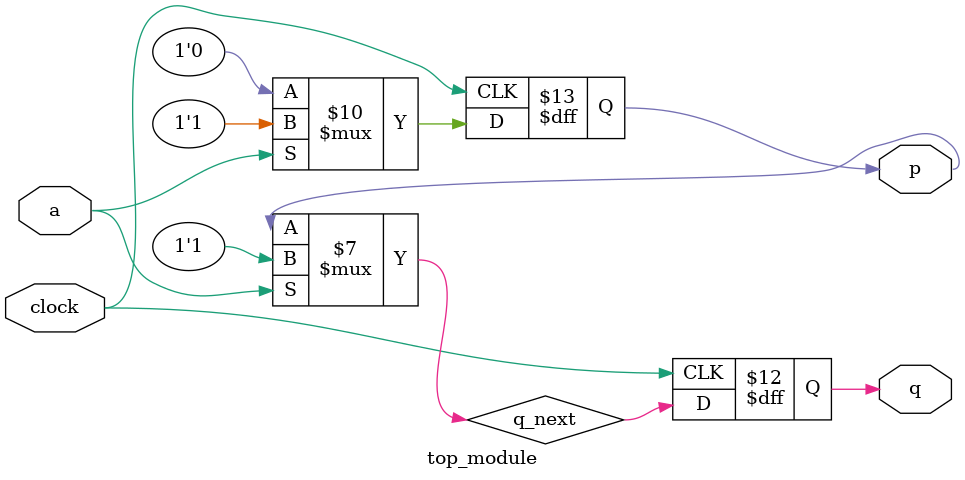
<source format=sv>
module top_module (
    input clock,
    input a,
    output reg p,
    output reg q
);

reg q_next;

always @(posedge clock) begin
    if (a == 1)
        p <= 1;
    else
        p <= 0;
end

always @(negedge clock) begin
    q <= q_next;
end

always @(*) begin
    if (a == 1)
        q_next = 1;
    else
        q_next = p;
end

endmodule

</source>
